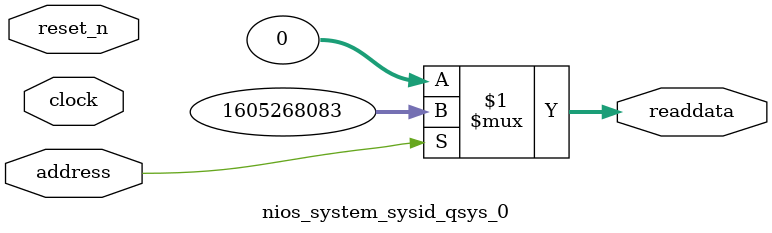
<source format=v>



// synthesis translate_off
`timescale 1ns / 1ps
// synthesis translate_on

// turn off superfluous verilog processor warnings 
// altera message_level Level1 
// altera message_off 10034 10035 10036 10037 10230 10240 10030 

module nios_system_sysid_qsys_0 (
               // inputs:
                address,
                clock,
                reset_n,

               // outputs:
                readdata
             )
;

  output  [ 31: 0] readdata;
  input            address;
  input            clock;
  input            reset_n;

  wire    [ 31: 0] readdata;
  //control_slave, which is an e_avalon_slave
  assign readdata = address ? 1605268083 : 0;

endmodule



</source>
